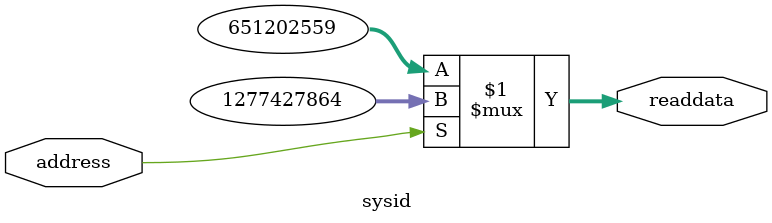
<source format=v>

`timescale 1ns / 1ps
// synthesis translate_on

// turn off superfluous verilog processor warnings 
// altera message_level Level1 
// altera message_off 10034 10035 10036 10037 10230 10240 10030 

module sysid (
               // inputs:
                address,

               // outputs:
                readdata
             )
;

  output  [ 31: 0] readdata;
  input            address;

  wire    [ 31: 0] readdata;
  //control_slave, which is an e_avalon_slave
  assign readdata = address ? 1277427864 : 651202559;

endmodule


</source>
